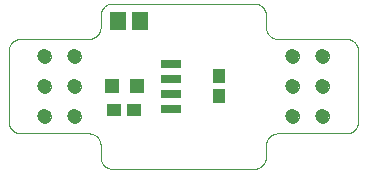
<source format=gts>
G75*
%MOIN*%
%OFA0B0*%
%FSLAX25Y25*%
%IPPOS*%
%LPD*%
%AMOC8*
5,1,8,0,0,1.08239X$1,22.5*
%
%ADD10C,0.00000*%
%ADD11R,0.04337X0.04731*%
%ADD12R,0.05518X0.06306*%
%ADD13R,0.05124X0.05124*%
%ADD14R,0.04731X0.04337*%
%ADD15C,0.04731*%
%ADD16R,0.06699X0.03156*%
D10*
X0045791Y0032012D02*
X0045915Y0032010D01*
X0046038Y0032004D01*
X0046162Y0031995D01*
X0046284Y0031981D01*
X0046407Y0031964D01*
X0046529Y0031942D01*
X0046650Y0031917D01*
X0046770Y0031888D01*
X0046889Y0031856D01*
X0047008Y0031819D01*
X0047125Y0031779D01*
X0047240Y0031736D01*
X0047355Y0031688D01*
X0047467Y0031637D01*
X0047578Y0031583D01*
X0047688Y0031525D01*
X0047795Y0031464D01*
X0047901Y0031399D01*
X0048004Y0031331D01*
X0048105Y0031260D01*
X0048204Y0031186D01*
X0048301Y0031109D01*
X0048395Y0031028D01*
X0048486Y0030945D01*
X0048575Y0030859D01*
X0048661Y0030770D01*
X0048744Y0030679D01*
X0048825Y0030585D01*
X0048902Y0030488D01*
X0048976Y0030389D01*
X0049047Y0030288D01*
X0049115Y0030185D01*
X0049180Y0030079D01*
X0049241Y0029972D01*
X0049299Y0029862D01*
X0049353Y0029751D01*
X0049404Y0029639D01*
X0049452Y0029524D01*
X0049495Y0029409D01*
X0049535Y0029292D01*
X0049572Y0029173D01*
X0049604Y0029054D01*
X0049633Y0028934D01*
X0049658Y0028813D01*
X0049680Y0028691D01*
X0049697Y0028568D01*
X0049711Y0028446D01*
X0049720Y0028322D01*
X0049726Y0028199D01*
X0049728Y0028075D01*
X0049728Y0024138D01*
X0049730Y0024014D01*
X0049736Y0023891D01*
X0049745Y0023767D01*
X0049759Y0023645D01*
X0049776Y0023522D01*
X0049798Y0023400D01*
X0049823Y0023279D01*
X0049852Y0023159D01*
X0049884Y0023040D01*
X0049921Y0022921D01*
X0049961Y0022804D01*
X0050004Y0022689D01*
X0050052Y0022574D01*
X0050103Y0022462D01*
X0050157Y0022351D01*
X0050215Y0022241D01*
X0050276Y0022134D01*
X0050341Y0022028D01*
X0050409Y0021925D01*
X0050480Y0021824D01*
X0050554Y0021725D01*
X0050631Y0021628D01*
X0050712Y0021534D01*
X0050795Y0021443D01*
X0050881Y0021354D01*
X0050970Y0021268D01*
X0051061Y0021185D01*
X0051155Y0021104D01*
X0051252Y0021027D01*
X0051351Y0020953D01*
X0051452Y0020882D01*
X0051555Y0020814D01*
X0051661Y0020749D01*
X0051768Y0020688D01*
X0051878Y0020630D01*
X0051989Y0020576D01*
X0052101Y0020525D01*
X0052216Y0020477D01*
X0052331Y0020434D01*
X0052448Y0020394D01*
X0052567Y0020357D01*
X0052686Y0020325D01*
X0052806Y0020296D01*
X0052927Y0020271D01*
X0053049Y0020249D01*
X0053172Y0020232D01*
X0053294Y0020218D01*
X0053418Y0020209D01*
X0053541Y0020203D01*
X0053665Y0020201D01*
X0100909Y0020201D01*
X0101033Y0020203D01*
X0101156Y0020209D01*
X0101280Y0020218D01*
X0101402Y0020232D01*
X0101525Y0020249D01*
X0101647Y0020271D01*
X0101768Y0020296D01*
X0101888Y0020325D01*
X0102007Y0020357D01*
X0102126Y0020394D01*
X0102243Y0020434D01*
X0102358Y0020477D01*
X0102473Y0020525D01*
X0102585Y0020576D01*
X0102696Y0020630D01*
X0102806Y0020688D01*
X0102913Y0020749D01*
X0103019Y0020814D01*
X0103122Y0020882D01*
X0103223Y0020953D01*
X0103322Y0021027D01*
X0103419Y0021104D01*
X0103513Y0021185D01*
X0103604Y0021268D01*
X0103693Y0021354D01*
X0103779Y0021443D01*
X0103862Y0021534D01*
X0103943Y0021628D01*
X0104020Y0021725D01*
X0104094Y0021824D01*
X0104165Y0021925D01*
X0104233Y0022028D01*
X0104298Y0022134D01*
X0104359Y0022241D01*
X0104417Y0022351D01*
X0104471Y0022462D01*
X0104522Y0022574D01*
X0104570Y0022689D01*
X0104613Y0022804D01*
X0104653Y0022921D01*
X0104690Y0023040D01*
X0104722Y0023159D01*
X0104751Y0023279D01*
X0104776Y0023400D01*
X0104798Y0023522D01*
X0104815Y0023645D01*
X0104829Y0023767D01*
X0104838Y0023891D01*
X0104844Y0024014D01*
X0104846Y0024138D01*
X0104846Y0028075D01*
X0104848Y0028199D01*
X0104854Y0028322D01*
X0104863Y0028446D01*
X0104877Y0028568D01*
X0104894Y0028691D01*
X0104916Y0028813D01*
X0104941Y0028934D01*
X0104970Y0029054D01*
X0105002Y0029173D01*
X0105039Y0029292D01*
X0105079Y0029409D01*
X0105122Y0029524D01*
X0105170Y0029639D01*
X0105221Y0029751D01*
X0105275Y0029862D01*
X0105333Y0029972D01*
X0105394Y0030079D01*
X0105459Y0030185D01*
X0105527Y0030288D01*
X0105598Y0030389D01*
X0105672Y0030488D01*
X0105749Y0030585D01*
X0105830Y0030679D01*
X0105913Y0030770D01*
X0105999Y0030859D01*
X0106088Y0030945D01*
X0106179Y0031028D01*
X0106273Y0031109D01*
X0106370Y0031186D01*
X0106469Y0031260D01*
X0106570Y0031331D01*
X0106673Y0031399D01*
X0106779Y0031464D01*
X0106886Y0031525D01*
X0106996Y0031583D01*
X0107107Y0031637D01*
X0107219Y0031688D01*
X0107334Y0031736D01*
X0107449Y0031779D01*
X0107566Y0031819D01*
X0107685Y0031856D01*
X0107804Y0031888D01*
X0107924Y0031917D01*
X0108045Y0031942D01*
X0108167Y0031964D01*
X0108290Y0031981D01*
X0108412Y0031995D01*
X0108536Y0032004D01*
X0108659Y0032010D01*
X0108783Y0032012D01*
X0131618Y0032012D01*
X0131742Y0032014D01*
X0131865Y0032020D01*
X0131989Y0032029D01*
X0132111Y0032043D01*
X0132234Y0032060D01*
X0132356Y0032082D01*
X0132477Y0032107D01*
X0132597Y0032136D01*
X0132716Y0032168D01*
X0132835Y0032205D01*
X0132952Y0032245D01*
X0133067Y0032288D01*
X0133182Y0032336D01*
X0133294Y0032387D01*
X0133405Y0032441D01*
X0133515Y0032499D01*
X0133622Y0032560D01*
X0133728Y0032625D01*
X0133831Y0032693D01*
X0133932Y0032764D01*
X0134031Y0032838D01*
X0134128Y0032915D01*
X0134222Y0032996D01*
X0134313Y0033079D01*
X0134402Y0033165D01*
X0134488Y0033254D01*
X0134571Y0033345D01*
X0134652Y0033439D01*
X0134729Y0033536D01*
X0134803Y0033635D01*
X0134874Y0033736D01*
X0134942Y0033839D01*
X0135007Y0033945D01*
X0135068Y0034052D01*
X0135126Y0034162D01*
X0135180Y0034273D01*
X0135231Y0034385D01*
X0135279Y0034500D01*
X0135322Y0034615D01*
X0135362Y0034732D01*
X0135399Y0034851D01*
X0135431Y0034970D01*
X0135460Y0035090D01*
X0135485Y0035211D01*
X0135507Y0035333D01*
X0135524Y0035456D01*
X0135538Y0035578D01*
X0135547Y0035702D01*
X0135553Y0035825D01*
X0135555Y0035949D01*
X0135555Y0059571D01*
X0135553Y0059695D01*
X0135547Y0059818D01*
X0135538Y0059942D01*
X0135524Y0060064D01*
X0135507Y0060187D01*
X0135485Y0060309D01*
X0135460Y0060430D01*
X0135431Y0060550D01*
X0135399Y0060669D01*
X0135362Y0060788D01*
X0135322Y0060905D01*
X0135279Y0061020D01*
X0135231Y0061135D01*
X0135180Y0061247D01*
X0135126Y0061358D01*
X0135068Y0061468D01*
X0135007Y0061575D01*
X0134942Y0061681D01*
X0134874Y0061784D01*
X0134803Y0061885D01*
X0134729Y0061984D01*
X0134652Y0062081D01*
X0134571Y0062175D01*
X0134488Y0062266D01*
X0134402Y0062355D01*
X0134313Y0062441D01*
X0134222Y0062524D01*
X0134128Y0062605D01*
X0134031Y0062682D01*
X0133932Y0062756D01*
X0133831Y0062827D01*
X0133728Y0062895D01*
X0133622Y0062960D01*
X0133515Y0063021D01*
X0133405Y0063079D01*
X0133294Y0063133D01*
X0133182Y0063184D01*
X0133067Y0063232D01*
X0132952Y0063275D01*
X0132835Y0063315D01*
X0132716Y0063352D01*
X0132597Y0063384D01*
X0132477Y0063413D01*
X0132356Y0063438D01*
X0132234Y0063460D01*
X0132111Y0063477D01*
X0131989Y0063491D01*
X0131865Y0063500D01*
X0131742Y0063506D01*
X0131618Y0063508D01*
X0108783Y0063508D01*
X0108659Y0063510D01*
X0108536Y0063516D01*
X0108412Y0063525D01*
X0108290Y0063539D01*
X0108167Y0063556D01*
X0108045Y0063578D01*
X0107924Y0063603D01*
X0107804Y0063632D01*
X0107685Y0063664D01*
X0107566Y0063701D01*
X0107449Y0063741D01*
X0107334Y0063784D01*
X0107219Y0063832D01*
X0107107Y0063883D01*
X0106996Y0063937D01*
X0106886Y0063995D01*
X0106779Y0064056D01*
X0106673Y0064121D01*
X0106570Y0064189D01*
X0106469Y0064260D01*
X0106370Y0064334D01*
X0106273Y0064411D01*
X0106179Y0064492D01*
X0106088Y0064575D01*
X0105999Y0064661D01*
X0105913Y0064750D01*
X0105830Y0064841D01*
X0105749Y0064935D01*
X0105672Y0065032D01*
X0105598Y0065131D01*
X0105527Y0065232D01*
X0105459Y0065335D01*
X0105394Y0065441D01*
X0105333Y0065548D01*
X0105275Y0065658D01*
X0105221Y0065769D01*
X0105170Y0065881D01*
X0105122Y0065996D01*
X0105079Y0066111D01*
X0105039Y0066228D01*
X0105002Y0066347D01*
X0104970Y0066466D01*
X0104941Y0066586D01*
X0104916Y0066707D01*
X0104894Y0066829D01*
X0104877Y0066952D01*
X0104863Y0067074D01*
X0104854Y0067198D01*
X0104848Y0067321D01*
X0104846Y0067445D01*
X0104846Y0071382D01*
X0104844Y0071506D01*
X0104838Y0071629D01*
X0104829Y0071753D01*
X0104815Y0071875D01*
X0104798Y0071998D01*
X0104776Y0072120D01*
X0104751Y0072241D01*
X0104722Y0072361D01*
X0104690Y0072480D01*
X0104653Y0072599D01*
X0104613Y0072716D01*
X0104570Y0072831D01*
X0104522Y0072946D01*
X0104471Y0073058D01*
X0104417Y0073169D01*
X0104359Y0073279D01*
X0104298Y0073386D01*
X0104233Y0073492D01*
X0104165Y0073595D01*
X0104094Y0073696D01*
X0104020Y0073795D01*
X0103943Y0073892D01*
X0103862Y0073986D01*
X0103779Y0074077D01*
X0103693Y0074166D01*
X0103604Y0074252D01*
X0103513Y0074335D01*
X0103419Y0074416D01*
X0103322Y0074493D01*
X0103223Y0074567D01*
X0103122Y0074638D01*
X0103019Y0074706D01*
X0102913Y0074771D01*
X0102806Y0074832D01*
X0102696Y0074890D01*
X0102585Y0074944D01*
X0102473Y0074995D01*
X0102358Y0075043D01*
X0102243Y0075086D01*
X0102126Y0075126D01*
X0102007Y0075163D01*
X0101888Y0075195D01*
X0101768Y0075224D01*
X0101647Y0075249D01*
X0101525Y0075271D01*
X0101402Y0075288D01*
X0101280Y0075302D01*
X0101156Y0075311D01*
X0101033Y0075317D01*
X0100909Y0075319D01*
X0053665Y0075319D01*
X0053541Y0075317D01*
X0053418Y0075311D01*
X0053294Y0075302D01*
X0053172Y0075288D01*
X0053049Y0075271D01*
X0052927Y0075249D01*
X0052806Y0075224D01*
X0052686Y0075195D01*
X0052567Y0075163D01*
X0052448Y0075126D01*
X0052331Y0075086D01*
X0052216Y0075043D01*
X0052101Y0074995D01*
X0051989Y0074944D01*
X0051878Y0074890D01*
X0051768Y0074832D01*
X0051661Y0074771D01*
X0051555Y0074706D01*
X0051452Y0074638D01*
X0051351Y0074567D01*
X0051252Y0074493D01*
X0051155Y0074416D01*
X0051061Y0074335D01*
X0050970Y0074252D01*
X0050881Y0074166D01*
X0050795Y0074077D01*
X0050712Y0073986D01*
X0050631Y0073892D01*
X0050554Y0073795D01*
X0050480Y0073696D01*
X0050409Y0073595D01*
X0050341Y0073492D01*
X0050276Y0073386D01*
X0050215Y0073279D01*
X0050157Y0073169D01*
X0050103Y0073058D01*
X0050052Y0072946D01*
X0050004Y0072831D01*
X0049961Y0072716D01*
X0049921Y0072599D01*
X0049884Y0072480D01*
X0049852Y0072361D01*
X0049823Y0072241D01*
X0049798Y0072120D01*
X0049776Y0071998D01*
X0049759Y0071875D01*
X0049745Y0071753D01*
X0049736Y0071629D01*
X0049730Y0071506D01*
X0049728Y0071382D01*
X0049728Y0067445D01*
X0049726Y0067321D01*
X0049720Y0067198D01*
X0049711Y0067074D01*
X0049697Y0066952D01*
X0049680Y0066829D01*
X0049658Y0066707D01*
X0049633Y0066586D01*
X0049604Y0066466D01*
X0049572Y0066347D01*
X0049535Y0066228D01*
X0049495Y0066111D01*
X0049452Y0065996D01*
X0049404Y0065881D01*
X0049353Y0065769D01*
X0049299Y0065658D01*
X0049241Y0065548D01*
X0049180Y0065441D01*
X0049115Y0065335D01*
X0049047Y0065232D01*
X0048976Y0065131D01*
X0048902Y0065032D01*
X0048825Y0064935D01*
X0048744Y0064841D01*
X0048661Y0064750D01*
X0048575Y0064661D01*
X0048486Y0064575D01*
X0048395Y0064492D01*
X0048301Y0064411D01*
X0048204Y0064334D01*
X0048105Y0064260D01*
X0048004Y0064189D01*
X0047901Y0064121D01*
X0047795Y0064056D01*
X0047688Y0063995D01*
X0047578Y0063937D01*
X0047467Y0063883D01*
X0047355Y0063832D01*
X0047240Y0063784D01*
X0047125Y0063741D01*
X0047008Y0063701D01*
X0046889Y0063664D01*
X0046770Y0063632D01*
X0046650Y0063603D01*
X0046529Y0063578D01*
X0046407Y0063556D01*
X0046284Y0063539D01*
X0046162Y0063525D01*
X0046038Y0063516D01*
X0045915Y0063510D01*
X0045791Y0063508D01*
X0023055Y0063508D01*
X0022931Y0063506D01*
X0022808Y0063500D01*
X0022684Y0063491D01*
X0022562Y0063477D01*
X0022439Y0063460D01*
X0022317Y0063438D01*
X0022196Y0063413D01*
X0022076Y0063384D01*
X0021957Y0063352D01*
X0021838Y0063315D01*
X0021721Y0063275D01*
X0021606Y0063232D01*
X0021491Y0063184D01*
X0021379Y0063133D01*
X0021268Y0063079D01*
X0021158Y0063021D01*
X0021051Y0062960D01*
X0020945Y0062895D01*
X0020842Y0062827D01*
X0020741Y0062756D01*
X0020642Y0062682D01*
X0020545Y0062605D01*
X0020451Y0062524D01*
X0020360Y0062441D01*
X0020271Y0062355D01*
X0020185Y0062266D01*
X0020102Y0062175D01*
X0020021Y0062081D01*
X0019944Y0061984D01*
X0019870Y0061885D01*
X0019799Y0061784D01*
X0019731Y0061681D01*
X0019666Y0061575D01*
X0019605Y0061468D01*
X0019547Y0061358D01*
X0019493Y0061247D01*
X0019442Y0061135D01*
X0019394Y0061020D01*
X0019351Y0060905D01*
X0019311Y0060788D01*
X0019274Y0060669D01*
X0019242Y0060550D01*
X0019213Y0060430D01*
X0019188Y0060309D01*
X0019166Y0060187D01*
X0019149Y0060064D01*
X0019135Y0059942D01*
X0019126Y0059818D01*
X0019120Y0059695D01*
X0019118Y0059571D01*
X0019118Y0035949D01*
X0019120Y0035825D01*
X0019126Y0035702D01*
X0019135Y0035578D01*
X0019149Y0035456D01*
X0019166Y0035333D01*
X0019188Y0035211D01*
X0019213Y0035090D01*
X0019242Y0034970D01*
X0019274Y0034851D01*
X0019311Y0034732D01*
X0019351Y0034615D01*
X0019394Y0034500D01*
X0019442Y0034385D01*
X0019493Y0034273D01*
X0019547Y0034162D01*
X0019605Y0034052D01*
X0019666Y0033945D01*
X0019731Y0033839D01*
X0019799Y0033736D01*
X0019870Y0033635D01*
X0019944Y0033536D01*
X0020021Y0033439D01*
X0020102Y0033345D01*
X0020185Y0033254D01*
X0020271Y0033165D01*
X0020360Y0033079D01*
X0020451Y0032996D01*
X0020545Y0032915D01*
X0020642Y0032838D01*
X0020741Y0032764D01*
X0020842Y0032693D01*
X0020945Y0032625D01*
X0021051Y0032560D01*
X0021158Y0032499D01*
X0021268Y0032441D01*
X0021379Y0032387D01*
X0021491Y0032336D01*
X0021606Y0032288D01*
X0021721Y0032245D01*
X0021838Y0032205D01*
X0021957Y0032168D01*
X0022076Y0032136D01*
X0022196Y0032107D01*
X0022317Y0032082D01*
X0022439Y0032060D01*
X0022562Y0032043D01*
X0022684Y0032029D01*
X0022808Y0032020D01*
X0022931Y0032014D01*
X0023055Y0032012D01*
X0045791Y0032012D01*
X0038784Y0037760D02*
X0038786Y0037853D01*
X0038792Y0037945D01*
X0038802Y0038037D01*
X0038816Y0038128D01*
X0038833Y0038219D01*
X0038855Y0038309D01*
X0038880Y0038398D01*
X0038909Y0038486D01*
X0038942Y0038572D01*
X0038979Y0038657D01*
X0039019Y0038741D01*
X0039063Y0038822D01*
X0039110Y0038902D01*
X0039160Y0038980D01*
X0039214Y0039055D01*
X0039271Y0039128D01*
X0039331Y0039198D01*
X0039394Y0039266D01*
X0039460Y0039331D01*
X0039528Y0039393D01*
X0039599Y0039453D01*
X0039673Y0039509D01*
X0039749Y0039562D01*
X0039827Y0039611D01*
X0039907Y0039658D01*
X0039989Y0039700D01*
X0040073Y0039740D01*
X0040158Y0039775D01*
X0040245Y0039807D01*
X0040333Y0039836D01*
X0040422Y0039860D01*
X0040512Y0039881D01*
X0040603Y0039897D01*
X0040695Y0039910D01*
X0040787Y0039919D01*
X0040880Y0039924D01*
X0040972Y0039925D01*
X0041065Y0039922D01*
X0041157Y0039915D01*
X0041249Y0039904D01*
X0041340Y0039889D01*
X0041431Y0039871D01*
X0041521Y0039848D01*
X0041609Y0039822D01*
X0041697Y0039792D01*
X0041783Y0039758D01*
X0041867Y0039721D01*
X0041950Y0039679D01*
X0042031Y0039635D01*
X0042111Y0039587D01*
X0042188Y0039536D01*
X0042262Y0039481D01*
X0042335Y0039423D01*
X0042405Y0039363D01*
X0042472Y0039299D01*
X0042536Y0039233D01*
X0042598Y0039163D01*
X0042656Y0039092D01*
X0042711Y0039018D01*
X0042763Y0038941D01*
X0042812Y0038862D01*
X0042858Y0038782D01*
X0042900Y0038699D01*
X0042938Y0038615D01*
X0042973Y0038529D01*
X0043004Y0038442D01*
X0043031Y0038354D01*
X0043054Y0038264D01*
X0043074Y0038174D01*
X0043090Y0038083D01*
X0043102Y0037991D01*
X0043110Y0037899D01*
X0043114Y0037806D01*
X0043114Y0037714D01*
X0043110Y0037621D01*
X0043102Y0037529D01*
X0043090Y0037437D01*
X0043074Y0037346D01*
X0043054Y0037256D01*
X0043031Y0037166D01*
X0043004Y0037078D01*
X0042973Y0036991D01*
X0042938Y0036905D01*
X0042900Y0036821D01*
X0042858Y0036738D01*
X0042812Y0036658D01*
X0042763Y0036579D01*
X0042711Y0036502D01*
X0042656Y0036428D01*
X0042598Y0036357D01*
X0042536Y0036287D01*
X0042472Y0036221D01*
X0042405Y0036157D01*
X0042335Y0036097D01*
X0042262Y0036039D01*
X0042188Y0035984D01*
X0042111Y0035933D01*
X0042032Y0035885D01*
X0041950Y0035841D01*
X0041867Y0035799D01*
X0041783Y0035762D01*
X0041697Y0035728D01*
X0041609Y0035698D01*
X0041521Y0035672D01*
X0041431Y0035649D01*
X0041340Y0035631D01*
X0041249Y0035616D01*
X0041157Y0035605D01*
X0041065Y0035598D01*
X0040972Y0035595D01*
X0040880Y0035596D01*
X0040787Y0035601D01*
X0040695Y0035610D01*
X0040603Y0035623D01*
X0040512Y0035639D01*
X0040422Y0035660D01*
X0040333Y0035684D01*
X0040245Y0035713D01*
X0040158Y0035745D01*
X0040073Y0035780D01*
X0039989Y0035820D01*
X0039907Y0035862D01*
X0039827Y0035909D01*
X0039749Y0035958D01*
X0039673Y0036011D01*
X0039599Y0036067D01*
X0039528Y0036127D01*
X0039460Y0036189D01*
X0039394Y0036254D01*
X0039331Y0036322D01*
X0039271Y0036392D01*
X0039214Y0036465D01*
X0039160Y0036540D01*
X0039110Y0036618D01*
X0039063Y0036698D01*
X0039019Y0036779D01*
X0038979Y0036863D01*
X0038942Y0036948D01*
X0038909Y0037034D01*
X0038880Y0037122D01*
X0038855Y0037211D01*
X0038833Y0037301D01*
X0038816Y0037392D01*
X0038802Y0037483D01*
X0038792Y0037575D01*
X0038786Y0037667D01*
X0038784Y0037760D01*
X0028784Y0037760D02*
X0028786Y0037853D01*
X0028792Y0037945D01*
X0028802Y0038037D01*
X0028816Y0038128D01*
X0028833Y0038219D01*
X0028855Y0038309D01*
X0028880Y0038398D01*
X0028909Y0038486D01*
X0028942Y0038572D01*
X0028979Y0038657D01*
X0029019Y0038741D01*
X0029063Y0038822D01*
X0029110Y0038902D01*
X0029160Y0038980D01*
X0029214Y0039055D01*
X0029271Y0039128D01*
X0029331Y0039198D01*
X0029394Y0039266D01*
X0029460Y0039331D01*
X0029528Y0039393D01*
X0029599Y0039453D01*
X0029673Y0039509D01*
X0029749Y0039562D01*
X0029827Y0039611D01*
X0029907Y0039658D01*
X0029989Y0039700D01*
X0030073Y0039740D01*
X0030158Y0039775D01*
X0030245Y0039807D01*
X0030333Y0039836D01*
X0030422Y0039860D01*
X0030512Y0039881D01*
X0030603Y0039897D01*
X0030695Y0039910D01*
X0030787Y0039919D01*
X0030880Y0039924D01*
X0030972Y0039925D01*
X0031065Y0039922D01*
X0031157Y0039915D01*
X0031249Y0039904D01*
X0031340Y0039889D01*
X0031431Y0039871D01*
X0031521Y0039848D01*
X0031609Y0039822D01*
X0031697Y0039792D01*
X0031783Y0039758D01*
X0031867Y0039721D01*
X0031950Y0039679D01*
X0032031Y0039635D01*
X0032111Y0039587D01*
X0032188Y0039536D01*
X0032262Y0039481D01*
X0032335Y0039423D01*
X0032405Y0039363D01*
X0032472Y0039299D01*
X0032536Y0039233D01*
X0032598Y0039163D01*
X0032656Y0039092D01*
X0032711Y0039018D01*
X0032763Y0038941D01*
X0032812Y0038862D01*
X0032858Y0038782D01*
X0032900Y0038699D01*
X0032938Y0038615D01*
X0032973Y0038529D01*
X0033004Y0038442D01*
X0033031Y0038354D01*
X0033054Y0038264D01*
X0033074Y0038174D01*
X0033090Y0038083D01*
X0033102Y0037991D01*
X0033110Y0037899D01*
X0033114Y0037806D01*
X0033114Y0037714D01*
X0033110Y0037621D01*
X0033102Y0037529D01*
X0033090Y0037437D01*
X0033074Y0037346D01*
X0033054Y0037256D01*
X0033031Y0037166D01*
X0033004Y0037078D01*
X0032973Y0036991D01*
X0032938Y0036905D01*
X0032900Y0036821D01*
X0032858Y0036738D01*
X0032812Y0036658D01*
X0032763Y0036579D01*
X0032711Y0036502D01*
X0032656Y0036428D01*
X0032598Y0036357D01*
X0032536Y0036287D01*
X0032472Y0036221D01*
X0032405Y0036157D01*
X0032335Y0036097D01*
X0032262Y0036039D01*
X0032188Y0035984D01*
X0032111Y0035933D01*
X0032032Y0035885D01*
X0031950Y0035841D01*
X0031867Y0035799D01*
X0031783Y0035762D01*
X0031697Y0035728D01*
X0031609Y0035698D01*
X0031521Y0035672D01*
X0031431Y0035649D01*
X0031340Y0035631D01*
X0031249Y0035616D01*
X0031157Y0035605D01*
X0031065Y0035598D01*
X0030972Y0035595D01*
X0030880Y0035596D01*
X0030787Y0035601D01*
X0030695Y0035610D01*
X0030603Y0035623D01*
X0030512Y0035639D01*
X0030422Y0035660D01*
X0030333Y0035684D01*
X0030245Y0035713D01*
X0030158Y0035745D01*
X0030073Y0035780D01*
X0029989Y0035820D01*
X0029907Y0035862D01*
X0029827Y0035909D01*
X0029749Y0035958D01*
X0029673Y0036011D01*
X0029599Y0036067D01*
X0029528Y0036127D01*
X0029460Y0036189D01*
X0029394Y0036254D01*
X0029331Y0036322D01*
X0029271Y0036392D01*
X0029214Y0036465D01*
X0029160Y0036540D01*
X0029110Y0036618D01*
X0029063Y0036698D01*
X0029019Y0036779D01*
X0028979Y0036863D01*
X0028942Y0036948D01*
X0028909Y0037034D01*
X0028880Y0037122D01*
X0028855Y0037211D01*
X0028833Y0037301D01*
X0028816Y0037392D01*
X0028802Y0037483D01*
X0028792Y0037575D01*
X0028786Y0037667D01*
X0028784Y0037760D01*
X0028784Y0047760D02*
X0028786Y0047853D01*
X0028792Y0047945D01*
X0028802Y0048037D01*
X0028816Y0048128D01*
X0028833Y0048219D01*
X0028855Y0048309D01*
X0028880Y0048398D01*
X0028909Y0048486D01*
X0028942Y0048572D01*
X0028979Y0048657D01*
X0029019Y0048741D01*
X0029063Y0048822D01*
X0029110Y0048902D01*
X0029160Y0048980D01*
X0029214Y0049055D01*
X0029271Y0049128D01*
X0029331Y0049198D01*
X0029394Y0049266D01*
X0029460Y0049331D01*
X0029528Y0049393D01*
X0029599Y0049453D01*
X0029673Y0049509D01*
X0029749Y0049562D01*
X0029827Y0049611D01*
X0029907Y0049658D01*
X0029989Y0049700D01*
X0030073Y0049740D01*
X0030158Y0049775D01*
X0030245Y0049807D01*
X0030333Y0049836D01*
X0030422Y0049860D01*
X0030512Y0049881D01*
X0030603Y0049897D01*
X0030695Y0049910D01*
X0030787Y0049919D01*
X0030880Y0049924D01*
X0030972Y0049925D01*
X0031065Y0049922D01*
X0031157Y0049915D01*
X0031249Y0049904D01*
X0031340Y0049889D01*
X0031431Y0049871D01*
X0031521Y0049848D01*
X0031609Y0049822D01*
X0031697Y0049792D01*
X0031783Y0049758D01*
X0031867Y0049721D01*
X0031950Y0049679D01*
X0032031Y0049635D01*
X0032111Y0049587D01*
X0032188Y0049536D01*
X0032262Y0049481D01*
X0032335Y0049423D01*
X0032405Y0049363D01*
X0032472Y0049299D01*
X0032536Y0049233D01*
X0032598Y0049163D01*
X0032656Y0049092D01*
X0032711Y0049018D01*
X0032763Y0048941D01*
X0032812Y0048862D01*
X0032858Y0048782D01*
X0032900Y0048699D01*
X0032938Y0048615D01*
X0032973Y0048529D01*
X0033004Y0048442D01*
X0033031Y0048354D01*
X0033054Y0048264D01*
X0033074Y0048174D01*
X0033090Y0048083D01*
X0033102Y0047991D01*
X0033110Y0047899D01*
X0033114Y0047806D01*
X0033114Y0047714D01*
X0033110Y0047621D01*
X0033102Y0047529D01*
X0033090Y0047437D01*
X0033074Y0047346D01*
X0033054Y0047256D01*
X0033031Y0047166D01*
X0033004Y0047078D01*
X0032973Y0046991D01*
X0032938Y0046905D01*
X0032900Y0046821D01*
X0032858Y0046738D01*
X0032812Y0046658D01*
X0032763Y0046579D01*
X0032711Y0046502D01*
X0032656Y0046428D01*
X0032598Y0046357D01*
X0032536Y0046287D01*
X0032472Y0046221D01*
X0032405Y0046157D01*
X0032335Y0046097D01*
X0032262Y0046039D01*
X0032188Y0045984D01*
X0032111Y0045933D01*
X0032032Y0045885D01*
X0031950Y0045841D01*
X0031867Y0045799D01*
X0031783Y0045762D01*
X0031697Y0045728D01*
X0031609Y0045698D01*
X0031521Y0045672D01*
X0031431Y0045649D01*
X0031340Y0045631D01*
X0031249Y0045616D01*
X0031157Y0045605D01*
X0031065Y0045598D01*
X0030972Y0045595D01*
X0030880Y0045596D01*
X0030787Y0045601D01*
X0030695Y0045610D01*
X0030603Y0045623D01*
X0030512Y0045639D01*
X0030422Y0045660D01*
X0030333Y0045684D01*
X0030245Y0045713D01*
X0030158Y0045745D01*
X0030073Y0045780D01*
X0029989Y0045820D01*
X0029907Y0045862D01*
X0029827Y0045909D01*
X0029749Y0045958D01*
X0029673Y0046011D01*
X0029599Y0046067D01*
X0029528Y0046127D01*
X0029460Y0046189D01*
X0029394Y0046254D01*
X0029331Y0046322D01*
X0029271Y0046392D01*
X0029214Y0046465D01*
X0029160Y0046540D01*
X0029110Y0046618D01*
X0029063Y0046698D01*
X0029019Y0046779D01*
X0028979Y0046863D01*
X0028942Y0046948D01*
X0028909Y0047034D01*
X0028880Y0047122D01*
X0028855Y0047211D01*
X0028833Y0047301D01*
X0028816Y0047392D01*
X0028802Y0047483D01*
X0028792Y0047575D01*
X0028786Y0047667D01*
X0028784Y0047760D01*
X0038784Y0047760D02*
X0038786Y0047853D01*
X0038792Y0047945D01*
X0038802Y0048037D01*
X0038816Y0048128D01*
X0038833Y0048219D01*
X0038855Y0048309D01*
X0038880Y0048398D01*
X0038909Y0048486D01*
X0038942Y0048572D01*
X0038979Y0048657D01*
X0039019Y0048741D01*
X0039063Y0048822D01*
X0039110Y0048902D01*
X0039160Y0048980D01*
X0039214Y0049055D01*
X0039271Y0049128D01*
X0039331Y0049198D01*
X0039394Y0049266D01*
X0039460Y0049331D01*
X0039528Y0049393D01*
X0039599Y0049453D01*
X0039673Y0049509D01*
X0039749Y0049562D01*
X0039827Y0049611D01*
X0039907Y0049658D01*
X0039989Y0049700D01*
X0040073Y0049740D01*
X0040158Y0049775D01*
X0040245Y0049807D01*
X0040333Y0049836D01*
X0040422Y0049860D01*
X0040512Y0049881D01*
X0040603Y0049897D01*
X0040695Y0049910D01*
X0040787Y0049919D01*
X0040880Y0049924D01*
X0040972Y0049925D01*
X0041065Y0049922D01*
X0041157Y0049915D01*
X0041249Y0049904D01*
X0041340Y0049889D01*
X0041431Y0049871D01*
X0041521Y0049848D01*
X0041609Y0049822D01*
X0041697Y0049792D01*
X0041783Y0049758D01*
X0041867Y0049721D01*
X0041950Y0049679D01*
X0042031Y0049635D01*
X0042111Y0049587D01*
X0042188Y0049536D01*
X0042262Y0049481D01*
X0042335Y0049423D01*
X0042405Y0049363D01*
X0042472Y0049299D01*
X0042536Y0049233D01*
X0042598Y0049163D01*
X0042656Y0049092D01*
X0042711Y0049018D01*
X0042763Y0048941D01*
X0042812Y0048862D01*
X0042858Y0048782D01*
X0042900Y0048699D01*
X0042938Y0048615D01*
X0042973Y0048529D01*
X0043004Y0048442D01*
X0043031Y0048354D01*
X0043054Y0048264D01*
X0043074Y0048174D01*
X0043090Y0048083D01*
X0043102Y0047991D01*
X0043110Y0047899D01*
X0043114Y0047806D01*
X0043114Y0047714D01*
X0043110Y0047621D01*
X0043102Y0047529D01*
X0043090Y0047437D01*
X0043074Y0047346D01*
X0043054Y0047256D01*
X0043031Y0047166D01*
X0043004Y0047078D01*
X0042973Y0046991D01*
X0042938Y0046905D01*
X0042900Y0046821D01*
X0042858Y0046738D01*
X0042812Y0046658D01*
X0042763Y0046579D01*
X0042711Y0046502D01*
X0042656Y0046428D01*
X0042598Y0046357D01*
X0042536Y0046287D01*
X0042472Y0046221D01*
X0042405Y0046157D01*
X0042335Y0046097D01*
X0042262Y0046039D01*
X0042188Y0045984D01*
X0042111Y0045933D01*
X0042032Y0045885D01*
X0041950Y0045841D01*
X0041867Y0045799D01*
X0041783Y0045762D01*
X0041697Y0045728D01*
X0041609Y0045698D01*
X0041521Y0045672D01*
X0041431Y0045649D01*
X0041340Y0045631D01*
X0041249Y0045616D01*
X0041157Y0045605D01*
X0041065Y0045598D01*
X0040972Y0045595D01*
X0040880Y0045596D01*
X0040787Y0045601D01*
X0040695Y0045610D01*
X0040603Y0045623D01*
X0040512Y0045639D01*
X0040422Y0045660D01*
X0040333Y0045684D01*
X0040245Y0045713D01*
X0040158Y0045745D01*
X0040073Y0045780D01*
X0039989Y0045820D01*
X0039907Y0045862D01*
X0039827Y0045909D01*
X0039749Y0045958D01*
X0039673Y0046011D01*
X0039599Y0046067D01*
X0039528Y0046127D01*
X0039460Y0046189D01*
X0039394Y0046254D01*
X0039331Y0046322D01*
X0039271Y0046392D01*
X0039214Y0046465D01*
X0039160Y0046540D01*
X0039110Y0046618D01*
X0039063Y0046698D01*
X0039019Y0046779D01*
X0038979Y0046863D01*
X0038942Y0046948D01*
X0038909Y0047034D01*
X0038880Y0047122D01*
X0038855Y0047211D01*
X0038833Y0047301D01*
X0038816Y0047392D01*
X0038802Y0047483D01*
X0038792Y0047575D01*
X0038786Y0047667D01*
X0038784Y0047760D01*
X0038784Y0057760D02*
X0038786Y0057853D01*
X0038792Y0057945D01*
X0038802Y0058037D01*
X0038816Y0058128D01*
X0038833Y0058219D01*
X0038855Y0058309D01*
X0038880Y0058398D01*
X0038909Y0058486D01*
X0038942Y0058572D01*
X0038979Y0058657D01*
X0039019Y0058741D01*
X0039063Y0058822D01*
X0039110Y0058902D01*
X0039160Y0058980D01*
X0039214Y0059055D01*
X0039271Y0059128D01*
X0039331Y0059198D01*
X0039394Y0059266D01*
X0039460Y0059331D01*
X0039528Y0059393D01*
X0039599Y0059453D01*
X0039673Y0059509D01*
X0039749Y0059562D01*
X0039827Y0059611D01*
X0039907Y0059658D01*
X0039989Y0059700D01*
X0040073Y0059740D01*
X0040158Y0059775D01*
X0040245Y0059807D01*
X0040333Y0059836D01*
X0040422Y0059860D01*
X0040512Y0059881D01*
X0040603Y0059897D01*
X0040695Y0059910D01*
X0040787Y0059919D01*
X0040880Y0059924D01*
X0040972Y0059925D01*
X0041065Y0059922D01*
X0041157Y0059915D01*
X0041249Y0059904D01*
X0041340Y0059889D01*
X0041431Y0059871D01*
X0041521Y0059848D01*
X0041609Y0059822D01*
X0041697Y0059792D01*
X0041783Y0059758D01*
X0041867Y0059721D01*
X0041950Y0059679D01*
X0042031Y0059635D01*
X0042111Y0059587D01*
X0042188Y0059536D01*
X0042262Y0059481D01*
X0042335Y0059423D01*
X0042405Y0059363D01*
X0042472Y0059299D01*
X0042536Y0059233D01*
X0042598Y0059163D01*
X0042656Y0059092D01*
X0042711Y0059018D01*
X0042763Y0058941D01*
X0042812Y0058862D01*
X0042858Y0058782D01*
X0042900Y0058699D01*
X0042938Y0058615D01*
X0042973Y0058529D01*
X0043004Y0058442D01*
X0043031Y0058354D01*
X0043054Y0058264D01*
X0043074Y0058174D01*
X0043090Y0058083D01*
X0043102Y0057991D01*
X0043110Y0057899D01*
X0043114Y0057806D01*
X0043114Y0057714D01*
X0043110Y0057621D01*
X0043102Y0057529D01*
X0043090Y0057437D01*
X0043074Y0057346D01*
X0043054Y0057256D01*
X0043031Y0057166D01*
X0043004Y0057078D01*
X0042973Y0056991D01*
X0042938Y0056905D01*
X0042900Y0056821D01*
X0042858Y0056738D01*
X0042812Y0056658D01*
X0042763Y0056579D01*
X0042711Y0056502D01*
X0042656Y0056428D01*
X0042598Y0056357D01*
X0042536Y0056287D01*
X0042472Y0056221D01*
X0042405Y0056157D01*
X0042335Y0056097D01*
X0042262Y0056039D01*
X0042188Y0055984D01*
X0042111Y0055933D01*
X0042032Y0055885D01*
X0041950Y0055841D01*
X0041867Y0055799D01*
X0041783Y0055762D01*
X0041697Y0055728D01*
X0041609Y0055698D01*
X0041521Y0055672D01*
X0041431Y0055649D01*
X0041340Y0055631D01*
X0041249Y0055616D01*
X0041157Y0055605D01*
X0041065Y0055598D01*
X0040972Y0055595D01*
X0040880Y0055596D01*
X0040787Y0055601D01*
X0040695Y0055610D01*
X0040603Y0055623D01*
X0040512Y0055639D01*
X0040422Y0055660D01*
X0040333Y0055684D01*
X0040245Y0055713D01*
X0040158Y0055745D01*
X0040073Y0055780D01*
X0039989Y0055820D01*
X0039907Y0055862D01*
X0039827Y0055909D01*
X0039749Y0055958D01*
X0039673Y0056011D01*
X0039599Y0056067D01*
X0039528Y0056127D01*
X0039460Y0056189D01*
X0039394Y0056254D01*
X0039331Y0056322D01*
X0039271Y0056392D01*
X0039214Y0056465D01*
X0039160Y0056540D01*
X0039110Y0056618D01*
X0039063Y0056698D01*
X0039019Y0056779D01*
X0038979Y0056863D01*
X0038942Y0056948D01*
X0038909Y0057034D01*
X0038880Y0057122D01*
X0038855Y0057211D01*
X0038833Y0057301D01*
X0038816Y0057392D01*
X0038802Y0057483D01*
X0038792Y0057575D01*
X0038786Y0057667D01*
X0038784Y0057760D01*
X0028784Y0057760D02*
X0028786Y0057853D01*
X0028792Y0057945D01*
X0028802Y0058037D01*
X0028816Y0058128D01*
X0028833Y0058219D01*
X0028855Y0058309D01*
X0028880Y0058398D01*
X0028909Y0058486D01*
X0028942Y0058572D01*
X0028979Y0058657D01*
X0029019Y0058741D01*
X0029063Y0058822D01*
X0029110Y0058902D01*
X0029160Y0058980D01*
X0029214Y0059055D01*
X0029271Y0059128D01*
X0029331Y0059198D01*
X0029394Y0059266D01*
X0029460Y0059331D01*
X0029528Y0059393D01*
X0029599Y0059453D01*
X0029673Y0059509D01*
X0029749Y0059562D01*
X0029827Y0059611D01*
X0029907Y0059658D01*
X0029989Y0059700D01*
X0030073Y0059740D01*
X0030158Y0059775D01*
X0030245Y0059807D01*
X0030333Y0059836D01*
X0030422Y0059860D01*
X0030512Y0059881D01*
X0030603Y0059897D01*
X0030695Y0059910D01*
X0030787Y0059919D01*
X0030880Y0059924D01*
X0030972Y0059925D01*
X0031065Y0059922D01*
X0031157Y0059915D01*
X0031249Y0059904D01*
X0031340Y0059889D01*
X0031431Y0059871D01*
X0031521Y0059848D01*
X0031609Y0059822D01*
X0031697Y0059792D01*
X0031783Y0059758D01*
X0031867Y0059721D01*
X0031950Y0059679D01*
X0032031Y0059635D01*
X0032111Y0059587D01*
X0032188Y0059536D01*
X0032262Y0059481D01*
X0032335Y0059423D01*
X0032405Y0059363D01*
X0032472Y0059299D01*
X0032536Y0059233D01*
X0032598Y0059163D01*
X0032656Y0059092D01*
X0032711Y0059018D01*
X0032763Y0058941D01*
X0032812Y0058862D01*
X0032858Y0058782D01*
X0032900Y0058699D01*
X0032938Y0058615D01*
X0032973Y0058529D01*
X0033004Y0058442D01*
X0033031Y0058354D01*
X0033054Y0058264D01*
X0033074Y0058174D01*
X0033090Y0058083D01*
X0033102Y0057991D01*
X0033110Y0057899D01*
X0033114Y0057806D01*
X0033114Y0057714D01*
X0033110Y0057621D01*
X0033102Y0057529D01*
X0033090Y0057437D01*
X0033074Y0057346D01*
X0033054Y0057256D01*
X0033031Y0057166D01*
X0033004Y0057078D01*
X0032973Y0056991D01*
X0032938Y0056905D01*
X0032900Y0056821D01*
X0032858Y0056738D01*
X0032812Y0056658D01*
X0032763Y0056579D01*
X0032711Y0056502D01*
X0032656Y0056428D01*
X0032598Y0056357D01*
X0032536Y0056287D01*
X0032472Y0056221D01*
X0032405Y0056157D01*
X0032335Y0056097D01*
X0032262Y0056039D01*
X0032188Y0055984D01*
X0032111Y0055933D01*
X0032032Y0055885D01*
X0031950Y0055841D01*
X0031867Y0055799D01*
X0031783Y0055762D01*
X0031697Y0055728D01*
X0031609Y0055698D01*
X0031521Y0055672D01*
X0031431Y0055649D01*
X0031340Y0055631D01*
X0031249Y0055616D01*
X0031157Y0055605D01*
X0031065Y0055598D01*
X0030972Y0055595D01*
X0030880Y0055596D01*
X0030787Y0055601D01*
X0030695Y0055610D01*
X0030603Y0055623D01*
X0030512Y0055639D01*
X0030422Y0055660D01*
X0030333Y0055684D01*
X0030245Y0055713D01*
X0030158Y0055745D01*
X0030073Y0055780D01*
X0029989Y0055820D01*
X0029907Y0055862D01*
X0029827Y0055909D01*
X0029749Y0055958D01*
X0029673Y0056011D01*
X0029599Y0056067D01*
X0029528Y0056127D01*
X0029460Y0056189D01*
X0029394Y0056254D01*
X0029331Y0056322D01*
X0029271Y0056392D01*
X0029214Y0056465D01*
X0029160Y0056540D01*
X0029110Y0056618D01*
X0029063Y0056698D01*
X0029019Y0056779D01*
X0028979Y0056863D01*
X0028942Y0056948D01*
X0028909Y0057034D01*
X0028880Y0057122D01*
X0028855Y0057211D01*
X0028833Y0057301D01*
X0028816Y0057392D01*
X0028802Y0057483D01*
X0028792Y0057575D01*
X0028786Y0057667D01*
X0028784Y0057760D01*
X0111461Y0057760D02*
X0111463Y0057853D01*
X0111469Y0057945D01*
X0111479Y0058037D01*
X0111493Y0058128D01*
X0111510Y0058219D01*
X0111532Y0058309D01*
X0111557Y0058398D01*
X0111586Y0058486D01*
X0111619Y0058572D01*
X0111656Y0058657D01*
X0111696Y0058741D01*
X0111740Y0058822D01*
X0111787Y0058902D01*
X0111837Y0058980D01*
X0111891Y0059055D01*
X0111948Y0059128D01*
X0112008Y0059198D01*
X0112071Y0059266D01*
X0112137Y0059331D01*
X0112205Y0059393D01*
X0112276Y0059453D01*
X0112350Y0059509D01*
X0112426Y0059562D01*
X0112504Y0059611D01*
X0112584Y0059658D01*
X0112666Y0059700D01*
X0112750Y0059740D01*
X0112835Y0059775D01*
X0112922Y0059807D01*
X0113010Y0059836D01*
X0113099Y0059860D01*
X0113189Y0059881D01*
X0113280Y0059897D01*
X0113372Y0059910D01*
X0113464Y0059919D01*
X0113557Y0059924D01*
X0113649Y0059925D01*
X0113742Y0059922D01*
X0113834Y0059915D01*
X0113926Y0059904D01*
X0114017Y0059889D01*
X0114108Y0059871D01*
X0114198Y0059848D01*
X0114286Y0059822D01*
X0114374Y0059792D01*
X0114460Y0059758D01*
X0114544Y0059721D01*
X0114627Y0059679D01*
X0114708Y0059635D01*
X0114788Y0059587D01*
X0114865Y0059536D01*
X0114939Y0059481D01*
X0115012Y0059423D01*
X0115082Y0059363D01*
X0115149Y0059299D01*
X0115213Y0059233D01*
X0115275Y0059163D01*
X0115333Y0059092D01*
X0115388Y0059018D01*
X0115440Y0058941D01*
X0115489Y0058862D01*
X0115535Y0058782D01*
X0115577Y0058699D01*
X0115615Y0058615D01*
X0115650Y0058529D01*
X0115681Y0058442D01*
X0115708Y0058354D01*
X0115731Y0058264D01*
X0115751Y0058174D01*
X0115767Y0058083D01*
X0115779Y0057991D01*
X0115787Y0057899D01*
X0115791Y0057806D01*
X0115791Y0057714D01*
X0115787Y0057621D01*
X0115779Y0057529D01*
X0115767Y0057437D01*
X0115751Y0057346D01*
X0115731Y0057256D01*
X0115708Y0057166D01*
X0115681Y0057078D01*
X0115650Y0056991D01*
X0115615Y0056905D01*
X0115577Y0056821D01*
X0115535Y0056738D01*
X0115489Y0056658D01*
X0115440Y0056579D01*
X0115388Y0056502D01*
X0115333Y0056428D01*
X0115275Y0056357D01*
X0115213Y0056287D01*
X0115149Y0056221D01*
X0115082Y0056157D01*
X0115012Y0056097D01*
X0114939Y0056039D01*
X0114865Y0055984D01*
X0114788Y0055933D01*
X0114709Y0055885D01*
X0114627Y0055841D01*
X0114544Y0055799D01*
X0114460Y0055762D01*
X0114374Y0055728D01*
X0114286Y0055698D01*
X0114198Y0055672D01*
X0114108Y0055649D01*
X0114017Y0055631D01*
X0113926Y0055616D01*
X0113834Y0055605D01*
X0113742Y0055598D01*
X0113649Y0055595D01*
X0113557Y0055596D01*
X0113464Y0055601D01*
X0113372Y0055610D01*
X0113280Y0055623D01*
X0113189Y0055639D01*
X0113099Y0055660D01*
X0113010Y0055684D01*
X0112922Y0055713D01*
X0112835Y0055745D01*
X0112750Y0055780D01*
X0112666Y0055820D01*
X0112584Y0055862D01*
X0112504Y0055909D01*
X0112426Y0055958D01*
X0112350Y0056011D01*
X0112276Y0056067D01*
X0112205Y0056127D01*
X0112137Y0056189D01*
X0112071Y0056254D01*
X0112008Y0056322D01*
X0111948Y0056392D01*
X0111891Y0056465D01*
X0111837Y0056540D01*
X0111787Y0056618D01*
X0111740Y0056698D01*
X0111696Y0056779D01*
X0111656Y0056863D01*
X0111619Y0056948D01*
X0111586Y0057034D01*
X0111557Y0057122D01*
X0111532Y0057211D01*
X0111510Y0057301D01*
X0111493Y0057392D01*
X0111479Y0057483D01*
X0111469Y0057575D01*
X0111463Y0057667D01*
X0111461Y0057760D01*
X0121461Y0057760D02*
X0121463Y0057853D01*
X0121469Y0057945D01*
X0121479Y0058037D01*
X0121493Y0058128D01*
X0121510Y0058219D01*
X0121532Y0058309D01*
X0121557Y0058398D01*
X0121586Y0058486D01*
X0121619Y0058572D01*
X0121656Y0058657D01*
X0121696Y0058741D01*
X0121740Y0058822D01*
X0121787Y0058902D01*
X0121837Y0058980D01*
X0121891Y0059055D01*
X0121948Y0059128D01*
X0122008Y0059198D01*
X0122071Y0059266D01*
X0122137Y0059331D01*
X0122205Y0059393D01*
X0122276Y0059453D01*
X0122350Y0059509D01*
X0122426Y0059562D01*
X0122504Y0059611D01*
X0122584Y0059658D01*
X0122666Y0059700D01*
X0122750Y0059740D01*
X0122835Y0059775D01*
X0122922Y0059807D01*
X0123010Y0059836D01*
X0123099Y0059860D01*
X0123189Y0059881D01*
X0123280Y0059897D01*
X0123372Y0059910D01*
X0123464Y0059919D01*
X0123557Y0059924D01*
X0123649Y0059925D01*
X0123742Y0059922D01*
X0123834Y0059915D01*
X0123926Y0059904D01*
X0124017Y0059889D01*
X0124108Y0059871D01*
X0124198Y0059848D01*
X0124286Y0059822D01*
X0124374Y0059792D01*
X0124460Y0059758D01*
X0124544Y0059721D01*
X0124627Y0059679D01*
X0124708Y0059635D01*
X0124788Y0059587D01*
X0124865Y0059536D01*
X0124939Y0059481D01*
X0125012Y0059423D01*
X0125082Y0059363D01*
X0125149Y0059299D01*
X0125213Y0059233D01*
X0125275Y0059163D01*
X0125333Y0059092D01*
X0125388Y0059018D01*
X0125440Y0058941D01*
X0125489Y0058862D01*
X0125535Y0058782D01*
X0125577Y0058699D01*
X0125615Y0058615D01*
X0125650Y0058529D01*
X0125681Y0058442D01*
X0125708Y0058354D01*
X0125731Y0058264D01*
X0125751Y0058174D01*
X0125767Y0058083D01*
X0125779Y0057991D01*
X0125787Y0057899D01*
X0125791Y0057806D01*
X0125791Y0057714D01*
X0125787Y0057621D01*
X0125779Y0057529D01*
X0125767Y0057437D01*
X0125751Y0057346D01*
X0125731Y0057256D01*
X0125708Y0057166D01*
X0125681Y0057078D01*
X0125650Y0056991D01*
X0125615Y0056905D01*
X0125577Y0056821D01*
X0125535Y0056738D01*
X0125489Y0056658D01*
X0125440Y0056579D01*
X0125388Y0056502D01*
X0125333Y0056428D01*
X0125275Y0056357D01*
X0125213Y0056287D01*
X0125149Y0056221D01*
X0125082Y0056157D01*
X0125012Y0056097D01*
X0124939Y0056039D01*
X0124865Y0055984D01*
X0124788Y0055933D01*
X0124709Y0055885D01*
X0124627Y0055841D01*
X0124544Y0055799D01*
X0124460Y0055762D01*
X0124374Y0055728D01*
X0124286Y0055698D01*
X0124198Y0055672D01*
X0124108Y0055649D01*
X0124017Y0055631D01*
X0123926Y0055616D01*
X0123834Y0055605D01*
X0123742Y0055598D01*
X0123649Y0055595D01*
X0123557Y0055596D01*
X0123464Y0055601D01*
X0123372Y0055610D01*
X0123280Y0055623D01*
X0123189Y0055639D01*
X0123099Y0055660D01*
X0123010Y0055684D01*
X0122922Y0055713D01*
X0122835Y0055745D01*
X0122750Y0055780D01*
X0122666Y0055820D01*
X0122584Y0055862D01*
X0122504Y0055909D01*
X0122426Y0055958D01*
X0122350Y0056011D01*
X0122276Y0056067D01*
X0122205Y0056127D01*
X0122137Y0056189D01*
X0122071Y0056254D01*
X0122008Y0056322D01*
X0121948Y0056392D01*
X0121891Y0056465D01*
X0121837Y0056540D01*
X0121787Y0056618D01*
X0121740Y0056698D01*
X0121696Y0056779D01*
X0121656Y0056863D01*
X0121619Y0056948D01*
X0121586Y0057034D01*
X0121557Y0057122D01*
X0121532Y0057211D01*
X0121510Y0057301D01*
X0121493Y0057392D01*
X0121479Y0057483D01*
X0121469Y0057575D01*
X0121463Y0057667D01*
X0121461Y0057760D01*
X0121461Y0047760D02*
X0121463Y0047853D01*
X0121469Y0047945D01*
X0121479Y0048037D01*
X0121493Y0048128D01*
X0121510Y0048219D01*
X0121532Y0048309D01*
X0121557Y0048398D01*
X0121586Y0048486D01*
X0121619Y0048572D01*
X0121656Y0048657D01*
X0121696Y0048741D01*
X0121740Y0048822D01*
X0121787Y0048902D01*
X0121837Y0048980D01*
X0121891Y0049055D01*
X0121948Y0049128D01*
X0122008Y0049198D01*
X0122071Y0049266D01*
X0122137Y0049331D01*
X0122205Y0049393D01*
X0122276Y0049453D01*
X0122350Y0049509D01*
X0122426Y0049562D01*
X0122504Y0049611D01*
X0122584Y0049658D01*
X0122666Y0049700D01*
X0122750Y0049740D01*
X0122835Y0049775D01*
X0122922Y0049807D01*
X0123010Y0049836D01*
X0123099Y0049860D01*
X0123189Y0049881D01*
X0123280Y0049897D01*
X0123372Y0049910D01*
X0123464Y0049919D01*
X0123557Y0049924D01*
X0123649Y0049925D01*
X0123742Y0049922D01*
X0123834Y0049915D01*
X0123926Y0049904D01*
X0124017Y0049889D01*
X0124108Y0049871D01*
X0124198Y0049848D01*
X0124286Y0049822D01*
X0124374Y0049792D01*
X0124460Y0049758D01*
X0124544Y0049721D01*
X0124627Y0049679D01*
X0124708Y0049635D01*
X0124788Y0049587D01*
X0124865Y0049536D01*
X0124939Y0049481D01*
X0125012Y0049423D01*
X0125082Y0049363D01*
X0125149Y0049299D01*
X0125213Y0049233D01*
X0125275Y0049163D01*
X0125333Y0049092D01*
X0125388Y0049018D01*
X0125440Y0048941D01*
X0125489Y0048862D01*
X0125535Y0048782D01*
X0125577Y0048699D01*
X0125615Y0048615D01*
X0125650Y0048529D01*
X0125681Y0048442D01*
X0125708Y0048354D01*
X0125731Y0048264D01*
X0125751Y0048174D01*
X0125767Y0048083D01*
X0125779Y0047991D01*
X0125787Y0047899D01*
X0125791Y0047806D01*
X0125791Y0047714D01*
X0125787Y0047621D01*
X0125779Y0047529D01*
X0125767Y0047437D01*
X0125751Y0047346D01*
X0125731Y0047256D01*
X0125708Y0047166D01*
X0125681Y0047078D01*
X0125650Y0046991D01*
X0125615Y0046905D01*
X0125577Y0046821D01*
X0125535Y0046738D01*
X0125489Y0046658D01*
X0125440Y0046579D01*
X0125388Y0046502D01*
X0125333Y0046428D01*
X0125275Y0046357D01*
X0125213Y0046287D01*
X0125149Y0046221D01*
X0125082Y0046157D01*
X0125012Y0046097D01*
X0124939Y0046039D01*
X0124865Y0045984D01*
X0124788Y0045933D01*
X0124709Y0045885D01*
X0124627Y0045841D01*
X0124544Y0045799D01*
X0124460Y0045762D01*
X0124374Y0045728D01*
X0124286Y0045698D01*
X0124198Y0045672D01*
X0124108Y0045649D01*
X0124017Y0045631D01*
X0123926Y0045616D01*
X0123834Y0045605D01*
X0123742Y0045598D01*
X0123649Y0045595D01*
X0123557Y0045596D01*
X0123464Y0045601D01*
X0123372Y0045610D01*
X0123280Y0045623D01*
X0123189Y0045639D01*
X0123099Y0045660D01*
X0123010Y0045684D01*
X0122922Y0045713D01*
X0122835Y0045745D01*
X0122750Y0045780D01*
X0122666Y0045820D01*
X0122584Y0045862D01*
X0122504Y0045909D01*
X0122426Y0045958D01*
X0122350Y0046011D01*
X0122276Y0046067D01*
X0122205Y0046127D01*
X0122137Y0046189D01*
X0122071Y0046254D01*
X0122008Y0046322D01*
X0121948Y0046392D01*
X0121891Y0046465D01*
X0121837Y0046540D01*
X0121787Y0046618D01*
X0121740Y0046698D01*
X0121696Y0046779D01*
X0121656Y0046863D01*
X0121619Y0046948D01*
X0121586Y0047034D01*
X0121557Y0047122D01*
X0121532Y0047211D01*
X0121510Y0047301D01*
X0121493Y0047392D01*
X0121479Y0047483D01*
X0121469Y0047575D01*
X0121463Y0047667D01*
X0121461Y0047760D01*
X0111461Y0047760D02*
X0111463Y0047853D01*
X0111469Y0047945D01*
X0111479Y0048037D01*
X0111493Y0048128D01*
X0111510Y0048219D01*
X0111532Y0048309D01*
X0111557Y0048398D01*
X0111586Y0048486D01*
X0111619Y0048572D01*
X0111656Y0048657D01*
X0111696Y0048741D01*
X0111740Y0048822D01*
X0111787Y0048902D01*
X0111837Y0048980D01*
X0111891Y0049055D01*
X0111948Y0049128D01*
X0112008Y0049198D01*
X0112071Y0049266D01*
X0112137Y0049331D01*
X0112205Y0049393D01*
X0112276Y0049453D01*
X0112350Y0049509D01*
X0112426Y0049562D01*
X0112504Y0049611D01*
X0112584Y0049658D01*
X0112666Y0049700D01*
X0112750Y0049740D01*
X0112835Y0049775D01*
X0112922Y0049807D01*
X0113010Y0049836D01*
X0113099Y0049860D01*
X0113189Y0049881D01*
X0113280Y0049897D01*
X0113372Y0049910D01*
X0113464Y0049919D01*
X0113557Y0049924D01*
X0113649Y0049925D01*
X0113742Y0049922D01*
X0113834Y0049915D01*
X0113926Y0049904D01*
X0114017Y0049889D01*
X0114108Y0049871D01*
X0114198Y0049848D01*
X0114286Y0049822D01*
X0114374Y0049792D01*
X0114460Y0049758D01*
X0114544Y0049721D01*
X0114627Y0049679D01*
X0114708Y0049635D01*
X0114788Y0049587D01*
X0114865Y0049536D01*
X0114939Y0049481D01*
X0115012Y0049423D01*
X0115082Y0049363D01*
X0115149Y0049299D01*
X0115213Y0049233D01*
X0115275Y0049163D01*
X0115333Y0049092D01*
X0115388Y0049018D01*
X0115440Y0048941D01*
X0115489Y0048862D01*
X0115535Y0048782D01*
X0115577Y0048699D01*
X0115615Y0048615D01*
X0115650Y0048529D01*
X0115681Y0048442D01*
X0115708Y0048354D01*
X0115731Y0048264D01*
X0115751Y0048174D01*
X0115767Y0048083D01*
X0115779Y0047991D01*
X0115787Y0047899D01*
X0115791Y0047806D01*
X0115791Y0047714D01*
X0115787Y0047621D01*
X0115779Y0047529D01*
X0115767Y0047437D01*
X0115751Y0047346D01*
X0115731Y0047256D01*
X0115708Y0047166D01*
X0115681Y0047078D01*
X0115650Y0046991D01*
X0115615Y0046905D01*
X0115577Y0046821D01*
X0115535Y0046738D01*
X0115489Y0046658D01*
X0115440Y0046579D01*
X0115388Y0046502D01*
X0115333Y0046428D01*
X0115275Y0046357D01*
X0115213Y0046287D01*
X0115149Y0046221D01*
X0115082Y0046157D01*
X0115012Y0046097D01*
X0114939Y0046039D01*
X0114865Y0045984D01*
X0114788Y0045933D01*
X0114709Y0045885D01*
X0114627Y0045841D01*
X0114544Y0045799D01*
X0114460Y0045762D01*
X0114374Y0045728D01*
X0114286Y0045698D01*
X0114198Y0045672D01*
X0114108Y0045649D01*
X0114017Y0045631D01*
X0113926Y0045616D01*
X0113834Y0045605D01*
X0113742Y0045598D01*
X0113649Y0045595D01*
X0113557Y0045596D01*
X0113464Y0045601D01*
X0113372Y0045610D01*
X0113280Y0045623D01*
X0113189Y0045639D01*
X0113099Y0045660D01*
X0113010Y0045684D01*
X0112922Y0045713D01*
X0112835Y0045745D01*
X0112750Y0045780D01*
X0112666Y0045820D01*
X0112584Y0045862D01*
X0112504Y0045909D01*
X0112426Y0045958D01*
X0112350Y0046011D01*
X0112276Y0046067D01*
X0112205Y0046127D01*
X0112137Y0046189D01*
X0112071Y0046254D01*
X0112008Y0046322D01*
X0111948Y0046392D01*
X0111891Y0046465D01*
X0111837Y0046540D01*
X0111787Y0046618D01*
X0111740Y0046698D01*
X0111696Y0046779D01*
X0111656Y0046863D01*
X0111619Y0046948D01*
X0111586Y0047034D01*
X0111557Y0047122D01*
X0111532Y0047211D01*
X0111510Y0047301D01*
X0111493Y0047392D01*
X0111479Y0047483D01*
X0111469Y0047575D01*
X0111463Y0047667D01*
X0111461Y0047760D01*
X0111461Y0037760D02*
X0111463Y0037853D01*
X0111469Y0037945D01*
X0111479Y0038037D01*
X0111493Y0038128D01*
X0111510Y0038219D01*
X0111532Y0038309D01*
X0111557Y0038398D01*
X0111586Y0038486D01*
X0111619Y0038572D01*
X0111656Y0038657D01*
X0111696Y0038741D01*
X0111740Y0038822D01*
X0111787Y0038902D01*
X0111837Y0038980D01*
X0111891Y0039055D01*
X0111948Y0039128D01*
X0112008Y0039198D01*
X0112071Y0039266D01*
X0112137Y0039331D01*
X0112205Y0039393D01*
X0112276Y0039453D01*
X0112350Y0039509D01*
X0112426Y0039562D01*
X0112504Y0039611D01*
X0112584Y0039658D01*
X0112666Y0039700D01*
X0112750Y0039740D01*
X0112835Y0039775D01*
X0112922Y0039807D01*
X0113010Y0039836D01*
X0113099Y0039860D01*
X0113189Y0039881D01*
X0113280Y0039897D01*
X0113372Y0039910D01*
X0113464Y0039919D01*
X0113557Y0039924D01*
X0113649Y0039925D01*
X0113742Y0039922D01*
X0113834Y0039915D01*
X0113926Y0039904D01*
X0114017Y0039889D01*
X0114108Y0039871D01*
X0114198Y0039848D01*
X0114286Y0039822D01*
X0114374Y0039792D01*
X0114460Y0039758D01*
X0114544Y0039721D01*
X0114627Y0039679D01*
X0114708Y0039635D01*
X0114788Y0039587D01*
X0114865Y0039536D01*
X0114939Y0039481D01*
X0115012Y0039423D01*
X0115082Y0039363D01*
X0115149Y0039299D01*
X0115213Y0039233D01*
X0115275Y0039163D01*
X0115333Y0039092D01*
X0115388Y0039018D01*
X0115440Y0038941D01*
X0115489Y0038862D01*
X0115535Y0038782D01*
X0115577Y0038699D01*
X0115615Y0038615D01*
X0115650Y0038529D01*
X0115681Y0038442D01*
X0115708Y0038354D01*
X0115731Y0038264D01*
X0115751Y0038174D01*
X0115767Y0038083D01*
X0115779Y0037991D01*
X0115787Y0037899D01*
X0115791Y0037806D01*
X0115791Y0037714D01*
X0115787Y0037621D01*
X0115779Y0037529D01*
X0115767Y0037437D01*
X0115751Y0037346D01*
X0115731Y0037256D01*
X0115708Y0037166D01*
X0115681Y0037078D01*
X0115650Y0036991D01*
X0115615Y0036905D01*
X0115577Y0036821D01*
X0115535Y0036738D01*
X0115489Y0036658D01*
X0115440Y0036579D01*
X0115388Y0036502D01*
X0115333Y0036428D01*
X0115275Y0036357D01*
X0115213Y0036287D01*
X0115149Y0036221D01*
X0115082Y0036157D01*
X0115012Y0036097D01*
X0114939Y0036039D01*
X0114865Y0035984D01*
X0114788Y0035933D01*
X0114709Y0035885D01*
X0114627Y0035841D01*
X0114544Y0035799D01*
X0114460Y0035762D01*
X0114374Y0035728D01*
X0114286Y0035698D01*
X0114198Y0035672D01*
X0114108Y0035649D01*
X0114017Y0035631D01*
X0113926Y0035616D01*
X0113834Y0035605D01*
X0113742Y0035598D01*
X0113649Y0035595D01*
X0113557Y0035596D01*
X0113464Y0035601D01*
X0113372Y0035610D01*
X0113280Y0035623D01*
X0113189Y0035639D01*
X0113099Y0035660D01*
X0113010Y0035684D01*
X0112922Y0035713D01*
X0112835Y0035745D01*
X0112750Y0035780D01*
X0112666Y0035820D01*
X0112584Y0035862D01*
X0112504Y0035909D01*
X0112426Y0035958D01*
X0112350Y0036011D01*
X0112276Y0036067D01*
X0112205Y0036127D01*
X0112137Y0036189D01*
X0112071Y0036254D01*
X0112008Y0036322D01*
X0111948Y0036392D01*
X0111891Y0036465D01*
X0111837Y0036540D01*
X0111787Y0036618D01*
X0111740Y0036698D01*
X0111696Y0036779D01*
X0111656Y0036863D01*
X0111619Y0036948D01*
X0111586Y0037034D01*
X0111557Y0037122D01*
X0111532Y0037211D01*
X0111510Y0037301D01*
X0111493Y0037392D01*
X0111479Y0037483D01*
X0111469Y0037575D01*
X0111463Y0037667D01*
X0111461Y0037760D01*
X0121461Y0037760D02*
X0121463Y0037853D01*
X0121469Y0037945D01*
X0121479Y0038037D01*
X0121493Y0038128D01*
X0121510Y0038219D01*
X0121532Y0038309D01*
X0121557Y0038398D01*
X0121586Y0038486D01*
X0121619Y0038572D01*
X0121656Y0038657D01*
X0121696Y0038741D01*
X0121740Y0038822D01*
X0121787Y0038902D01*
X0121837Y0038980D01*
X0121891Y0039055D01*
X0121948Y0039128D01*
X0122008Y0039198D01*
X0122071Y0039266D01*
X0122137Y0039331D01*
X0122205Y0039393D01*
X0122276Y0039453D01*
X0122350Y0039509D01*
X0122426Y0039562D01*
X0122504Y0039611D01*
X0122584Y0039658D01*
X0122666Y0039700D01*
X0122750Y0039740D01*
X0122835Y0039775D01*
X0122922Y0039807D01*
X0123010Y0039836D01*
X0123099Y0039860D01*
X0123189Y0039881D01*
X0123280Y0039897D01*
X0123372Y0039910D01*
X0123464Y0039919D01*
X0123557Y0039924D01*
X0123649Y0039925D01*
X0123742Y0039922D01*
X0123834Y0039915D01*
X0123926Y0039904D01*
X0124017Y0039889D01*
X0124108Y0039871D01*
X0124198Y0039848D01*
X0124286Y0039822D01*
X0124374Y0039792D01*
X0124460Y0039758D01*
X0124544Y0039721D01*
X0124627Y0039679D01*
X0124708Y0039635D01*
X0124788Y0039587D01*
X0124865Y0039536D01*
X0124939Y0039481D01*
X0125012Y0039423D01*
X0125082Y0039363D01*
X0125149Y0039299D01*
X0125213Y0039233D01*
X0125275Y0039163D01*
X0125333Y0039092D01*
X0125388Y0039018D01*
X0125440Y0038941D01*
X0125489Y0038862D01*
X0125535Y0038782D01*
X0125577Y0038699D01*
X0125615Y0038615D01*
X0125650Y0038529D01*
X0125681Y0038442D01*
X0125708Y0038354D01*
X0125731Y0038264D01*
X0125751Y0038174D01*
X0125767Y0038083D01*
X0125779Y0037991D01*
X0125787Y0037899D01*
X0125791Y0037806D01*
X0125791Y0037714D01*
X0125787Y0037621D01*
X0125779Y0037529D01*
X0125767Y0037437D01*
X0125751Y0037346D01*
X0125731Y0037256D01*
X0125708Y0037166D01*
X0125681Y0037078D01*
X0125650Y0036991D01*
X0125615Y0036905D01*
X0125577Y0036821D01*
X0125535Y0036738D01*
X0125489Y0036658D01*
X0125440Y0036579D01*
X0125388Y0036502D01*
X0125333Y0036428D01*
X0125275Y0036357D01*
X0125213Y0036287D01*
X0125149Y0036221D01*
X0125082Y0036157D01*
X0125012Y0036097D01*
X0124939Y0036039D01*
X0124865Y0035984D01*
X0124788Y0035933D01*
X0124709Y0035885D01*
X0124627Y0035841D01*
X0124544Y0035799D01*
X0124460Y0035762D01*
X0124374Y0035728D01*
X0124286Y0035698D01*
X0124198Y0035672D01*
X0124108Y0035649D01*
X0124017Y0035631D01*
X0123926Y0035616D01*
X0123834Y0035605D01*
X0123742Y0035598D01*
X0123649Y0035595D01*
X0123557Y0035596D01*
X0123464Y0035601D01*
X0123372Y0035610D01*
X0123280Y0035623D01*
X0123189Y0035639D01*
X0123099Y0035660D01*
X0123010Y0035684D01*
X0122922Y0035713D01*
X0122835Y0035745D01*
X0122750Y0035780D01*
X0122666Y0035820D01*
X0122584Y0035862D01*
X0122504Y0035909D01*
X0122426Y0035958D01*
X0122350Y0036011D01*
X0122276Y0036067D01*
X0122205Y0036127D01*
X0122137Y0036189D01*
X0122071Y0036254D01*
X0122008Y0036322D01*
X0121948Y0036392D01*
X0121891Y0036465D01*
X0121837Y0036540D01*
X0121787Y0036618D01*
X0121740Y0036698D01*
X0121696Y0036779D01*
X0121656Y0036863D01*
X0121619Y0036948D01*
X0121586Y0037034D01*
X0121557Y0037122D01*
X0121532Y0037211D01*
X0121510Y0037301D01*
X0121493Y0037392D01*
X0121479Y0037483D01*
X0121469Y0037575D01*
X0121463Y0037667D01*
X0121461Y0037760D01*
D11*
X0089098Y0044413D03*
X0089098Y0051106D03*
D12*
X0062917Y0069413D03*
X0055437Y0069413D03*
D13*
X0053469Y0047760D03*
X0061736Y0047760D03*
D14*
X0060949Y0039886D03*
X0054256Y0039886D03*
D15*
X0040949Y0037760D03*
X0030949Y0037760D03*
X0030949Y0047760D03*
X0040949Y0047760D03*
X0040949Y0057760D03*
X0030949Y0057760D03*
X0113626Y0057760D03*
X0123626Y0057760D03*
X0123626Y0047760D03*
X0113626Y0047760D03*
X0113626Y0037760D03*
X0123626Y0037760D03*
D16*
X0073154Y0040260D03*
X0073154Y0045260D03*
X0073154Y0050260D03*
X0073154Y0055260D03*
M02*

</source>
